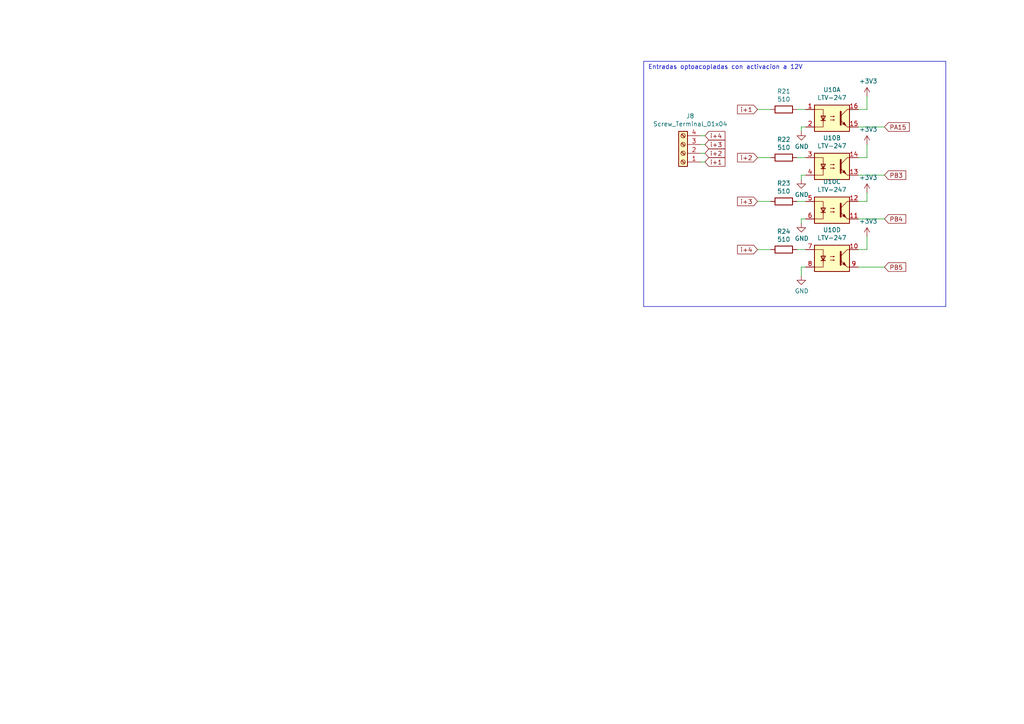
<source format=kicad_sch>
(kicad_sch (version 20230121) (generator eeschema)
  (paper "A4")
  (lib_symbols
    (symbol "Connector:Screw_Terminal_01x04" (pin_names (offset 1.016) hide)
      (property "Reference" "J" (at 0 5.08 0))
      (property "Value" "Screw_Terminal_01x04" (at 0 -7.62 0))
      (symbol "Screw_Terminal_01x04_1_1"
        (rectangle (start -1.27 3.81) (end 1.27 -6.35) (stroke (width 0.254)) (fill (type background)))
        (circle (center 0 -5.08) (radius 0.635) (stroke (width 0.1524)))
        (circle (center 0 -2.54) (radius 0.635) (stroke (width 0.1524)))
        (polyline (pts (xy -0.5334 -4.7498) (xy 0.3302 -5.588)) (stroke (width 0.1524)))
        (polyline (pts (xy -0.5334 -2.2098) (xy 0.3302 -3.048)) (stroke (width 0.1524)))
        (polyline (pts (xy -0.5334 0.3302) (xy 0.3302 -0.508)) (stroke (width 0.1524)))
        (polyline (pts (xy -0.5334 2.8702) (xy 0.3302 2.032)) (stroke (width 0.1524)))
        (polyline (pts (xy -0.3556 -4.572) (xy 0.508 -5.4102)) (stroke (width 0.1524)))
        (polyline (pts (xy -0.3556 -2.032) (xy 0.508 -2.8702)) (stroke (width 0.1524)))
        (polyline (pts (xy -0.3556 0.508) (xy 0.508 -0.3302)) (stroke (width 0.1524)))
        (polyline (pts (xy -0.3556 3.048) (xy 0.508 2.2098)) (stroke (width 0.1524)))
        (circle (center 0 0) (radius 0.635) (stroke (width 0.1524)))
        (circle (center 0 2.54) (radius 0.635) (stroke (width 0.1524)))
        (pin passive line (at -5.08 2.54 0) (length 3.81) (name "Pin_1") (number "1"))
        (pin passive line (at -5.08 0 0) (length 3.81) (name "Pin_2") (number "2"))
        (pin passive line (at -5.08 -2.54 0) (length 3.81) (name "Pin_3") (number "3"))
        (pin passive line (at -5.08 -5.08 0) (length 3.81) (name "Pin_4") (number "4"))
      )
    )
    (symbol "Device:R" (pin_numbers hide) (pin_names (offset 0))
      (property "Reference" "R" (at 2.032 0 90))
      (property "Value" "R" (at 0 0 90))
      (symbol "R_0_1"
        (rectangle (start -1.016 -2.54) (end 1.016 2.54) (stroke (width 0.254)))
      )
      (symbol "R_1_1"
        (pin passive line (at 0 3.81 270) (length 1.27) (name "~") (number "1"))
        (pin passive line (at 0 -3.81 90) (length 1.27) (name "~") (number "2"))
      )
    )
    (symbol "Isolator:LTV-247"
      (property "Reference" "U" (at -5.08 5.08 0))
      (property "Value" "LTV-247" (at 0 5.08 0))
      (symbol "LTV-247_0_1"
        (rectangle (start -5.08 3.81) (end 5.08 -3.81) (stroke (width 0.254)) (fill (type background)))
        (polyline (pts (xy -3.175 -0.635) (xy -1.905 -0.635)) (stroke (width 0.254)))
        (polyline (pts (xy 2.54 0.635) (xy 4.445 2.54)))
        (polyline (pts (xy 4.445 -2.54) (xy 2.54 -0.635)) (fill (type outline)))
        (polyline (pts (xy 4.445 -2.54) (xy 5.08 -2.54)))
        (polyline (pts (xy 4.445 2.54) (xy 5.08 2.54)))
        (polyline (pts (xy -2.54 -0.635) (xy -2.54 -2.54) (xy -5.08 -2.54)))
        (polyline (pts (xy 2.54 1.905) (xy 2.54 -1.905) (xy 2.54 -1.905)) (stroke (width 0.508)))
        (polyline (pts (xy -5.08 2.54) (xy -2.54 2.54) (xy -2.54 -1.27) (xy -2.54 0.635)))
        (polyline (pts (xy -2.54 -0.635) (xy -3.175 0.635) (xy -1.905 0.635) (xy -2.54 -0.635)) (stroke (width 0.254)))
        (polyline (pts (xy -0.508 -0.508) (xy 0.762 -0.508) (xy 0.381 -0.635) (xy 0.381 -0.381) (xy 0.762 -0.508)))
        (polyline (pts (xy -0.508 0.508) (xy 0.762 0.508) (xy 0.381 0.381) (xy 0.381 0.635) (xy 0.762 0.508)))
        (polyline (pts (xy 3.048 -1.651) (xy 3.556 -1.143) (xy 4.064 -2.159) (xy 3.048 -1.651) (xy 3.048 -1.651)) (fill (type outline)))
      )
      (symbol "LTV-247_1_1"
        (pin passive line (at -7.62 2.54 0) (length 2.54) (name "~") (number "1"))
        (pin passive line (at 7.62 -2.54 180) (length 2.54) (name "~") (number "15"))
        (pin passive line (at 7.62 2.54 180) (length 2.54) (name "~") (number "16"))
        (pin passive line (at -7.62 -2.54 0) (length 2.54) (name "~") (number "2"))
      )
      (symbol "LTV-247_2_1"
        (pin passive line (at 7.62 -2.54 180) (length 2.54) (name "~") (number "13"))
        (pin passive line (at 7.62 2.54 180) (length 2.54) (name "~") (number "14"))
        (pin passive line (at -7.62 2.54 0) (length 2.54) (name "~") (number "3"))
        (pin passive line (at -7.62 -2.54 0) (length 2.54) (name "~") (number "4"))
      )
      (symbol "LTV-247_3_1"
        (pin passive line (at 7.62 -2.54 180) (length 2.54) (name "~") (number "11"))
        (pin passive line (at 7.62 2.54 180) (length 2.54) (name "~") (number "12"))
        (pin passive line (at -7.62 2.54 0) (length 2.54) (name "~") (number "5"))
        (pin passive line (at -7.62 -2.54 0) (length 2.54) (name "~") (number "6"))
      )
      (symbol "LTV-247_4_1"
        (pin passive line (at 7.62 2.54 180) (length 2.54) (name "~") (number "10"))
        (pin passive line (at -7.62 2.54 0) (length 2.54) (name "~") (number "7"))
        (pin passive line (at -7.62 -2.54 0) (length 2.54) (name "~") (number "8"))
        (pin passive line (at 7.62 -2.54 180) (length 2.54) (name "~") (number "9"))
      )
    )
    (symbol "jac_board-rescue:+3.3V-power" (power) (pin_names (offset 0))
      (property "Value" "+3.3V-power" (at 0 3.556 0))
      (symbol "+3.3V-power_0_1"
        (polyline (pts (xy -0.762 1.27) (xy 0 2.54)))
        (polyline (pts (xy 0 0) (xy 0 2.54)))
        (polyline (pts (xy 0 2.54) (xy 0.762 1.27)))
      )
      (symbol "+3.3V-power_1_1"
        (pin power_in line (at 0 0 90) (length 0) hide (name "+3V3") (number "1"))
      )
    )
    (symbol "power:GND" (power) (pin_names (offset 0))
      (property "Value" "GND" (at 0 -3.81 0))
      (symbol "GND_0_1"
        (polyline (pts (xy 0 0) (xy 0 -1.27) (xy 1.27 -1.27) (xy 0 -2.54) (xy -1.27 -1.27) (xy 0 -1.27)))
      )
      (symbol "GND_1_1"
        (pin power_in line (at 0 0 270) (length 0) hide (name "GND") (number "1"))
      )
    )
  )
  (polyline (pts (xy 274.32 88.9) (xy 274.32 17.78)))
  (wire (pts (xy 232.41 63.5) (xy 233.68 63.5)))
  (wire (pts (xy 233.68 45.72) (xy 231.14 45.72)))
  (wire (pts (xy 219.71 45.72) (xy 223.52 45.72)))
  (wire (pts (xy 232.41 36.83) (xy 233.68 36.83)))
  (wire (pts (xy 256.54 63.5) (xy 248.92 63.5)))
  (polyline (pts (xy 274.32 17.78) (xy 186.69 17.78)))
  (wire (pts (xy 232.41 80.01) (xy 232.41 77.47)))
  (wire (pts (xy 204.47 41.91) (xy 203.2 41.91)))
  (wire (pts (xy 233.68 72.39) (xy 231.14 72.39)))
  (wire (pts (xy 233.68 58.42) (xy 231.14 58.42)))
  (wire (pts (xy 256.54 77.47) (xy 248.92 77.47)))
  (wire (pts (xy 219.71 58.42) (xy 223.52 58.42)))
  (wire (pts (xy 204.47 46.99) (xy 203.2 46.99)))
  (wire (pts (xy 232.41 50.8) (xy 233.68 50.8)))
  (wire (pts (xy 232.41 64.77) (xy 232.41 63.5)))
  (polyline (pts (xy 186.69 17.78) (xy 186.69 88.9)))
  (wire (pts (xy 232.41 52.07) (xy 232.41 50.8)))
  (wire (pts (xy 256.54 50.8) (xy 248.92 50.8)))
  (wire (pts (xy 251.46 72.39) (xy 251.46 68.58)))
  (wire (pts (xy 251.46 41.91) (xy 251.46 45.72)))
  (wire (pts (xy 232.41 38.1) (xy 232.41 36.83)))
  (wire (pts (xy 251.46 45.72) (xy 248.92 45.72)))
  (wire (pts (xy 204.47 39.37) (xy 203.2 39.37)))
  (wire (pts (xy 204.47 44.45) (xy 203.2 44.45)))
  (wire (pts (xy 232.41 77.47) (xy 233.68 77.47)))
  (wire (pts (xy 219.71 31.75) (xy 223.52 31.75)))
  (polyline (pts (xy 186.69 88.9) (xy 274.32 88.9)))
  (wire (pts (xy 251.46 27.94) (xy 251.46 31.75)))
  (wire (pts (xy 251.46 31.75) (xy 248.92 31.75)))
  (wire (pts (xy 248.92 58.42) (xy 251.46 58.42)))
  (wire (pts (xy 256.54 36.83) (xy 248.92 36.83)))
  (wire (pts (xy 248.92 72.39) (xy 251.46 72.39)))
  (wire (pts (xy 219.71 72.39) (xy 223.52 72.39)))
  (wire (pts (xy 233.68 31.75) (xy 231.14 31.75)))
  (wire (pts (xy 251.46 58.42) (xy 251.46 55.88)))
  (text "Entradas optoacopladas con activacion a 12V" (at 187.96 20.32 0) (effects (font (size 1.27 1.27)) (justify left bottom)))
  (global_label "i+3" (shape input) (at 204.47 41.91 0) (property "Intersheetrefs" "${INTERSHEET_REFS}" (effects hide)))
  (global_label "PB3" (shape input) (at 256.54 50.8 0) (property "Intersheetrefs" "${INTERSHEET_REFS}" (effects hide)))
  (global_label "i+2" (shape input) (at 219.71 45.72 180) (property "Intersheetrefs" "${INTERSHEET_REFS}" (effects hide)))
  (global_label "PB5" (shape input) (at 256.54 77.47 0) (property "Intersheetrefs" "${INTERSHEET_REFS}" (effects hide)))
  (global_label "PA15" (shape input) (at 256.54 36.83 0) (property "Intersheetrefs" "${INTERSHEET_REFS}" (effects hide)))
  (global_label "i+2" (shape input) (at 204.47 44.45 0) (property "Intersheetrefs" "${INTERSHEET_REFS}" (effects hide)))
  (global_label "PB4" (shape input) (at 256.54 63.5 0) (property "Intersheetrefs" "${INTERSHEET_REFS}" (effects hide)))
  (global_label "i+4" (shape input) (at 219.71 72.39 180) (property "Intersheetrefs" "${INTERSHEET_REFS}" (effects hide)))
  (global_label "i+4" (shape input) (at 204.47 39.37 0) (property "Intersheetrefs" "${INTERSHEET_REFS}" (effects hide)))
  (global_label "i+3" (shape input) (at 219.71 58.42 180) (property "Intersheetrefs" "${INTERSHEET_REFS}" (effects hide)))
  (global_label "i+1" (shape input) (at 219.71 31.75 180) (property "Intersheetrefs" "${INTERSHEET_REFS}" (effects hide)))
  (global_label "i+1" (shape input) (at 204.47 46.99 0) (property "Intersheetrefs" "${INTERSHEET_REFS}" (effects hide)))
  (symbol (lib_id "Isolator:LTV-247") (at 241.3 48.26 0) (unit 2)
    (property "Reference" "U10" (at 241.3 40.005 0))
    (property "Value" "LTV-247" (at 241.3 42.3164 0))
    (property "Footprint" "Package_SO:SOP-16_4.4x10.4mm_P1.27mm" (effects hide))
    (property "Datasheet" "http://optoelectronics.liteon.com/upload/download/DS70-2009-0014/LTV-2X7%20sereis%20Mar17.PDF" (effects hide))
    (property "JLCPCB Part #" "C115451" (effects hide))
  )
  (symbol (lib_id "Isolator:LTV-247") (at 241.3 34.29 0) (unit 1)
    (property "Reference" "U10" (at 241.3 26.035 0))
    (property "Value" "LTV-247" (at 241.3 28.3464 0))
    (property "Footprint" "Package_SO:SOP-16_4.4x10.4mm_P1.27mm" (effects hide))
    (property "Datasheet" "http://optoelectronics.liteon.com/upload/download/DS70-2009-0014/LTV-2X7%20sereis%20Mar17.PDF" (effects hide))
    (property "JLCPCB Part #" "C115451" (effects hide))
  )
  (symbol (lib_id "Isolator:LTV-247") (at 241.3 60.96 0) (unit 3)
    (property "Reference" "U10" (at 241.3 52.705 0))
    (property "Value" "LTV-247" (at 241.3 55.0164 0))
    (property "Footprint" "Package_SO:SOP-16_4.4x10.4mm_P1.27mm" (effects hide))
    (property "Datasheet" "http://optoelectronics.liteon.com/upload/download/DS70-2009-0014/LTV-2X7%20sereis%20Mar17.PDF" (effects hide))
    (property "JLCPCB Part #" "C115451" (effects hide))
  )
  (symbol (lib_id "Isolator:LTV-247") (at 241.3 74.93 0) (unit 4)
    (property "Reference" "U10" (at 241.3 66.675 0))
    (property "Value" "LTV-247" (at 241.3 68.9864 0))
    (property "Footprint" "Package_SO:SOP-16_4.4x10.4mm_P1.27mm" (effects hide))
    (property "Datasheet" "http://optoelectronics.liteon.com/upload/download/DS70-2009-0014/LTV-2X7%20sereis%20Mar17.PDF" (effects hide))
    (property "JLCPCB Part #" "C115451" (effects hide))
  )
  (symbol (lib_id "jac_board-rescue:+3.3V-power") (at 251.46 27.94 0) (unit 1)
    (property "Reference" "#PWR035" (effects hide))
    (property "Value" "+3.3V" (at 251.841 23.5458 0))
  )
  (symbol (lib_id "jac_board-rescue:+3.3V-power") (at 251.46 41.91 0) (unit 1)
    (property "Reference" "#PWR036" (effects hide))
    (property "Value" "+3.3V" (at 251.841 37.5158 0))
  )
  (symbol (lib_id "jac_board-rescue:+3.3V-power") (at 251.46 55.88 0) (unit 1)
    (property "Reference" "#PWR037" (effects hide))
    (property "Value" "+3.3V" (at 251.841 51.4858 0))
  )
  (symbol (lib_id "jac_board-rescue:+3.3V-power") (at 251.46 68.58 0) (unit 1)
    (property "Reference" "#PWR038" (effects hide))
    (property "Value" "+3.3V" (at 251.841 64.1858 0))
  )
  (symbol (lib_id "Device:R") (at 227.33 31.75 270) (unit 1)
    (property "Reference" "R21" (at 227.33 26.4922 90))
    (property "Value" "510" (at 227.33 28.8036 90))
    (property "Footprint" "Resistor_SMD:R_1210_3225Metric" (effects hide))
    (property "JLCPCB Part #" "C105030" (effects hide))
  )
  (symbol (lib_id "Device:R") (at 227.33 45.72 270) (unit 1)
    (property "Reference" "R22" (at 227.33 40.4622 90))
    (property "Value" "510" (at 227.33 42.7736 90))
    (property "Footprint" "Resistor_SMD:R_1210_3225Metric" (effects hide))
    (property "JLCPCB Part #" "C105030" (effects hide))
  )
  (symbol (lib_id "Device:R") (at 227.33 58.42 270) (unit 1)
    (property "Reference" "R23" (at 227.33 53.1622 90))
    (property "Value" "510" (at 227.33 55.4736 90))
    (property "Footprint" "Resistor_SMD:R_1210_3225Metric" (effects hide))
    (property "JLCPCB Part #" "C105030" (effects hide))
  )
  (symbol (lib_id "Device:R") (at 227.33 72.39 270) (unit 1)
    (property "Reference" "R24" (at 227.33 67.1322 90))
    (property "Value" "510" (at 227.33 69.4436 90))
    (property "Footprint" "Resistor_SMD:R_1210_3225Metric" (effects hide))
    (property "JLCPCB Part #" "C105030" (effects hide))
  )
  (symbol (lib_id "Connector:Screw_Terminal_01x04") (at 198.12 44.45 180) (unit 1)
    (property "Reference" "J8" (at 200.2028 33.655 0))
    (property "Value" "Screw_Terminal_01x04" (at 200.2028 35.9664 0))
    (property "Footprint" "Connector_Phoenix_MC_HighVoltage:PhoenixContact_MCV_1,5_4-G-5.08_1x04_P5.08mm_Vertical" (effects hide))
  )
  (symbol (lib_id "power:GND") (at 232.41 80.01 0) (unit 1)
    (property "Reference" "#PWR034" (effects hide))
    (property "Value" "GND" (at 232.537 84.4042 0))
  )
  (symbol (lib_id "power:GND") (at 232.41 64.77 0) (unit 1)
    (property "Reference" "#PWR033" (effects hide))
    (property "Value" "GND" (at 232.537 69.1642 0))
  )
  (symbol (lib_id "power:GND") (at 232.41 52.07 0) (unit 1)
    (property "Reference" "#PWR032" (effects hide))
    (property "Value" "GND" (at 232.537 56.4642 0))
  )
  (symbol (lib_id "power:GND") (at 232.41 38.1 0) (unit 1)
    (property "Reference" "#PWR031" (effects hide))
    (property "Value" "GND" (at 232.537 42.4942 0))
  )
)
</source>
